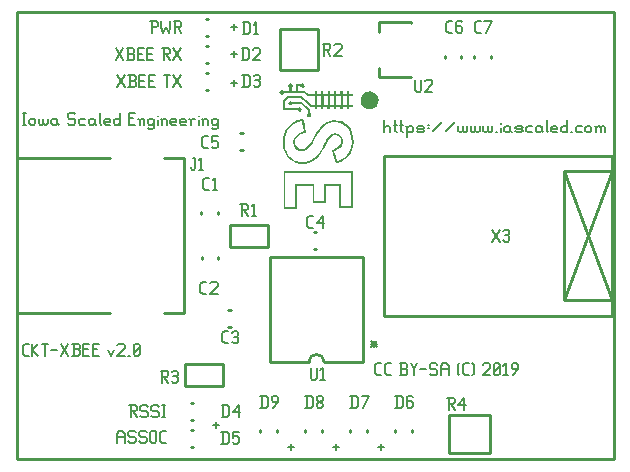
<source format=gbr>
G04 start of page 8 for group -4079 idx -4079 *
G04 Title: (unknown), topsilk *
G04 Creator: pcb 20140316 *
G04 CreationDate: Sun 30 Dec 2018 07:44:10 PM GMT UTC *
G04 For: railfan *
G04 Format: Gerber/RS-274X *
G04 PCB-Dimensions (mil): 2000.00 1500.00 *
G04 PCB-Coordinate-Origin: lower left *
%MOIN*%
%FSLAX25Y25*%
%LNTOPSILK*%
%ADD60C,0.0080*%
%ADD59C,0.0100*%
%ADD58C,0.0001*%
G54D58*G36*
X115282Y120559D02*X115569Y121444D01*
X116128Y122209D01*
X116860Y122757D01*
X117723Y123044D01*
X118363Y123082D01*
X118982Y123001D01*
X119747Y122691D01*
X120398Y122171D01*
X120973Y121324D01*
X121216Y120353D01*
X121129Y119344D01*
X120702Y118400D01*
X120197Y117847D01*
X119579Y117423D01*
X118895Y117190D01*
X118168Y117120D01*
X117441Y117228D01*
X116768Y117494D01*
X116220Y117901D01*
X115775Y118416D01*
X115455Y119018D01*
X115282Y119669D01*
X115260Y120120D01*
X115282Y120559D01*
G37*
G36*
X91123Y119393D02*X91312Y119675D01*
X91600Y119854D01*
X92034Y119859D01*
X92387Y119632D01*
X92479Y119501D01*
X92940Y119490D01*
X94052Y119485D01*
X95626D01*
X97004Y118389D01*
X98387Y117299D01*
Y115969D01*
X98507Y115883D01*
X98702Y115655D01*
X98767Y115503D01*
X98778Y115297D01*
X98772Y115096D01*
X98702Y114944D01*
X98512Y114722D01*
X98268Y114586D01*
X97986Y114570D01*
X97714Y114635D01*
X97427Y114911D01*
X97313Y115297D01*
X97562Y115855D01*
X97698Y115980D01*
Y116968D01*
X96543Y117885D01*
X95387Y118796D01*
X92490D01*
X92419Y118693D01*
X92023Y118433D01*
X91524Y118465D01*
X91150Y118850D01*
X91117Y119393D01*
X91123D01*
G37*
G36*
X101035Y96530D02*X101040Y95890D01*
X90141Y95896D01*
Y84470D01*
X93298D01*
Y92244D01*
X99819D01*
Y86559D01*
X102988D01*
Y92244D01*
X108771D01*
Y84784D01*
X111940D01*
Y95879D01*
X101040Y95890D01*
X101035Y96530D01*
X112564D01*
Y84150D01*
X108153D01*
Y91610D01*
X103633D01*
Y85929D01*
X99223D01*
Y91593D01*
X96591Y91604D01*
X93960Y91610D01*
Y83846D01*
X89522D01*
Y96530D01*
X101035D01*
G37*
G36*
X89229Y107115D02*X89571Y108933D01*
X90293Y110517D01*
X91171Y111624D01*
X92278Y112568D01*
X93841Y113430D01*
X95696Y114076D01*
X96065Y114174D01*
X96581Y111754D01*
X96781Y110821D01*
X96944Y110045D01*
X97047Y109519D01*
X97080Y109318D01*
X96868Y109264D01*
X96618Y109215D01*
X96282Y109133D01*
X95257Y108770D01*
X94432Y108255D01*
X93824Y107609D01*
X93461Y106838D01*
X93418Y106600D01*
X93401Y106204D01*
X93418Y105813D01*
X93461Y105558D01*
X94047Y104538D01*
X95083Y103979D01*
X95712Y103925D01*
X96309Y103979D01*
X96483Y103377D01*
X95067Y103339D01*
X94117Y103697D01*
X93385Y104327D01*
X92924Y105184D01*
X92756Y106220D01*
X93059Y107549D01*
X93884Y108618D01*
X95127Y109410D01*
X95653Y109611D01*
X96157Y109757D01*
X96326Y109806D01*
X96342Y109855D01*
X96315Y110007D01*
X96239Y110365D01*
X96125Y110891D01*
X95989Y111521D01*
X95745Y112671D01*
X95626Y113208D01*
X95577Y113371D01*
X95544D01*
X95360Y113322D01*
X94991Y113197D01*
X94584Y113051D01*
X94258Y112926D01*
X92479Y111928D01*
X91150Y110642D01*
X90282Y109068D01*
X89864Y107197D01*
X89853Y106801D01*
Y106253D01*
X89869Y105705D01*
X89902Y105282D01*
X90157Y103952D01*
X90591Y102791D01*
X91123Y101891D01*
X91779Y101137D01*
X92560Y100534D01*
X93466Y100068D01*
X94161Y99840D01*
X94947Y99683D01*
X95902Y99634D01*
X96836Y99683D01*
X97823Y99910D01*
X98713Y100268D01*
X99532Y100789D01*
X100313Y101473D01*
X100959Y102173D01*
X101556Y102981D01*
X102217Y104055D01*
X103047Y105547D01*
X103682Y106692D01*
X104160Y107484D01*
X104561Y108037D01*
X104963Y108466D01*
X105749Y109014D01*
X106617Y109182D01*
X107659Y109036D01*
X108473Y108602D01*
X109037Y107897D01*
X109319Y106942D01*
X109336Y106361D01*
X109270Y105786D01*
X108977Y105016D01*
X108451Y104348D01*
X107686Y103773D01*
X106666Y103279D01*
X106466Y103193D01*
X106422Y103133D01*
X106471Y102970D01*
X106574Y102591D01*
X106726Y102081D01*
X106894Y101495D01*
X107062Y100919D01*
X107214Y100420D01*
X107317Y100062D01*
X107361Y99921D01*
X107485Y99948D01*
X107762Y100035D01*
X108104Y100160D01*
X108419Y100279D01*
X109634Y100957D01*
X110638Y101847D01*
X111413Y102921D01*
X111940Y104175D01*
X112243Y105932D01*
X112157Y107853D01*
X111696Y109600D01*
X110860Y111000D01*
X110133Y111700D01*
X109249Y112242D01*
X108223Y112611D01*
X107073Y112812D01*
X106297Y112839D01*
X105587Y112801D01*
X104605Y112562D01*
X103699Y112123D01*
X102858Y111483D01*
X102066Y110620D01*
X101659Y110078D01*
X101246Y109448D01*
X100769Y108645D01*
X100161Y107560D01*
X99760Y106833D01*
X99451Y106291D01*
X99196Y105867D01*
X98957Y105493D01*
X97747Y104061D01*
X96483Y103377D01*
X96309Y103979D01*
X97378Y104576D01*
X98425Y105835D01*
X98658Y106198D01*
X98903Y106605D01*
X99196Y107121D01*
X99575Y107815D01*
X100351Y109193D01*
X100980Y110208D01*
X101545Y110983D01*
X102125Y111640D01*
X102966Y112389D01*
X103850Y112926D01*
X105033Y113344D01*
X106346Y113474D01*
X107632Y113382D01*
X108831Y113089D01*
X110355Y112329D01*
X111538Y111168D01*
X112363Y109638D01*
X112802Y107766D01*
X112884Y106307D01*
X112759Y104923D01*
X112433Y103648D01*
X111907Y102509D01*
X111061Y101370D01*
X109976Y100431D01*
X108674Y99704D01*
X107171Y99211D01*
X106916Y99151D01*
X106276Y101353D01*
X106032Y102216D01*
X105831Y102921D01*
X105701Y103399D01*
X105657Y103578D01*
X105858Y103654D01*
X106460Y103882D01*
X107035Y104142D01*
X108104Y104902D01*
X108636Y105851D01*
X108701Y106486D01*
X108652Y107137D01*
X108180Y107994D01*
X107719Y108331D01*
X107122Y108515D01*
X106639Y108553D01*
X106227Y108515D01*
X105576Y108168D01*
X104908Y107441D01*
X104664Y107088D01*
X104388Y106649D01*
X104062Y106074D01*
X103639Y105303D01*
X103167Y104435D01*
X102782Y103752D01*
X102451Y103193D01*
X102142Y102715D01*
X101214Y101489D01*
X100226Y100523D01*
X99174Y99796D01*
X98034Y99308D01*
X96662Y99032D01*
X95230Y99026D01*
X93830Y99281D01*
X92566Y99791D01*
X91448Y100588D01*
X90537Y101630D01*
X89859Y102900D01*
X89414Y104365D01*
X89240Y105743D01*
X89235Y107115D01*
X89229D01*
G37*
G36*
X88209Y122957D02*X88480Y123353D01*
X88925Y123489D01*
X89240Y123435D01*
X89490Y123239D01*
X89604Y123109D01*
X91486D01*
Y123782D01*
X91481Y124259D01*
X91464Y124455D01*
X91340Y124547D01*
X91117Y124900D01*
Y125328D01*
X91307Y125627D01*
X91600Y125811D01*
X91931Y125838D01*
X92224Y125730D01*
X92446Y125513D01*
X92566Y125198D01*
X92512Y124818D01*
X92273Y124509D01*
X92175Y124444D01*
Y123776D01*
X92170Y123109D01*
X93667D01*
Y125442D01*
X94400D01*
X95127Y125447D01*
X95197Y125545D01*
X95376Y125713D01*
X95593Y125822D01*
X96027Y125811D01*
X96315Y125627D01*
X96494Y125339D01*
X96526Y125003D01*
X96423Y124710D01*
X96201Y124487D01*
X95881Y124368D01*
X95506Y124422D01*
X95197Y124661D01*
X95127Y124758D01*
X94351D01*
Y123109D01*
X96656D01*
X97248Y122643D01*
X97839Y122171D01*
X99906D01*
Y123082D01*
X100693D01*
Y118698D01*
X102066D01*
Y121514D01*
X100693D01*
Y122171D01*
X102066D01*
Y123082D01*
X102825D01*
Y122181D01*
X104192D01*
X104219Y121498D01*
X103557Y121503D01*
X103086Y121509D01*
X102868Y121498D01*
X102858Y121433D01*
X102847Y121210D01*
X102841Y120776D01*
X102836Y120093D01*
Y118698D01*
X104219D01*
Y121498D01*
X104192Y122181D01*
Y123082D01*
X104952D01*
Y122171D01*
X104979Y121514D01*
Y118698D01*
X106352D01*
Y121514D01*
X104979D01*
X104952Y122171D01*
X106324D01*
Y123082D01*
X107084D01*
Y122181D01*
X108462Y122171D01*
X108505Y121514D01*
X107827D01*
X107344Y121509D01*
X107127Y121492D01*
X107117Y121080D01*
X107111Y120093D01*
Y118709D01*
X107800Y118704D01*
X107816D01*
X108505Y118693D01*
Y121514D01*
X108462Y122171D01*
Y123082D01*
X109222D01*
Y122181D01*
X110594D01*
X110648Y121498D01*
X109992Y121503D01*
X109515Y121509D01*
X109297Y121498D01*
X109287Y121433D01*
X109276Y121210D01*
X109270Y120776D01*
X109265Y120093D01*
Y118693D01*
X109959Y118704D01*
X110648Y118709D01*
Y121498D01*
X110594Y122181D01*
Y123082D01*
X111354D01*
Y122171D01*
X112596D01*
Y121514D01*
X111354D01*
Y118698D01*
X112596D01*
Y118009D01*
X111354D01*
Y117098D01*
X110594D01*
Y118009D01*
X109194D01*
Y117098D01*
X108435D01*
Y118009D01*
X107041D01*
Y117098D01*
X106281D01*
Y118009D01*
X104908D01*
Y117098D01*
X104149D01*
Y118009D01*
X102755D01*
Y117098D01*
X101995D01*
Y118009D01*
X100622D01*
Y117098D01*
X99836D01*
Y118009D01*
X99250Y118015D01*
X98658D01*
X96868Y119431D01*
X95083Y120852D01*
X91074D01*
X90097Y119876D01*
Y117456D01*
X92219D01*
X93043Y117461D01*
X93716D01*
X94172Y117467D01*
X94334Y117472D01*
X94427Y117597D01*
X94893Y117841D01*
X95409Y117706D01*
X95718Y117130D01*
X95447Y116528D01*
X94882Y116371D01*
X94372Y116669D01*
X94302Y116767D01*
X89414D01*
Y120158D01*
X90770Y121514D01*
X95344D01*
X97123Y120104D01*
X98903Y118698D01*
X99841D01*
Y121514D01*
X97503D01*
X96353Y122426D01*
X89522D01*
X89490Y122360D01*
X89321Y122181D01*
X89088Y122051D01*
X88573Y122084D01*
X88193Y122431D01*
X88133Y122697D01*
X88144Y122957D01*
X88209D01*
G37*
G54D59*X179500Y500D02*X500D01*
Y149500D01*
X179500D01*
X199500D02*Y500D01*
X179000Y149500D02*X199500D01*
X178000Y500D02*X199500D01*
G54D60*X72000Y126000D02*X74000D01*
X73000Y127000D02*Y125000D01*
X45500Y146500D02*Y142500D01*
X45000Y146500D02*X47000D01*
X47500Y146000D01*
Y145000D01*
X47000Y144500D02*X47500Y145000D01*
X45500Y144500D02*X47000D01*
X48700Y146500D02*Y144500D01*
X49200Y142500D01*
X50200Y144500D01*
X51200Y142500D01*
X51700Y144500D01*
Y146500D02*Y144500D01*
X52900Y146500D02*X54900D01*
X55400Y146000D01*
Y145000D01*
X54900Y144500D02*X55400Y145000D01*
X53400Y144500D02*X54900D01*
X53400Y146500D02*Y142500D01*
X54200Y144500D02*X55400Y142500D01*
X33500Y133500D02*X36000Y137500D01*
X33500D02*X36000Y133500D01*
X37200D02*X39200D01*
X39700Y134000D01*
Y135200D02*Y134000D01*
X39200Y135700D02*X39700Y135200D01*
X37700Y135700D02*X39200D01*
X37700Y137500D02*Y133500D01*
X37200Y137500D02*X39200D01*
X39700Y137000D01*
Y136200D01*
X39200Y135700D02*X39700Y136200D01*
X40900Y135700D02*X42400D01*
X40900Y133500D02*X42900D01*
X40900Y137500D02*Y133500D01*
Y137500D02*X42900D01*
X44100Y135700D02*X45600D01*
X44100Y133500D02*X46100D01*
X44100Y137500D02*Y133500D01*
Y137500D02*X46100D01*
X49100D02*X51100D01*
X51600Y137000D01*
Y136000D01*
X51100Y135500D02*X51600Y136000D01*
X49600Y135500D02*X51100D01*
X49600Y137500D02*Y133500D01*
X50400Y135500D02*X51600Y133500D01*
X52800D02*X55300Y137500D01*
X52800D02*X55300Y133500D01*
X34000Y124500D02*X36500Y128500D01*
X34000D02*X36500Y124500D01*
X37700D02*X39700D01*
X40200Y125000D01*
Y126200D02*Y125000D01*
X39700Y126700D02*X40200Y126200D01*
X38200Y126700D02*X39700D01*
X38200Y128500D02*Y124500D01*
X37700Y128500D02*X39700D01*
X40200Y128000D01*
Y127200D01*
X39700Y126700D02*X40200Y127200D01*
X41400Y126700D02*X42900D01*
X41400Y124500D02*X43400D01*
X41400Y128500D02*Y124500D01*
Y128500D02*X43400D01*
X44600Y126700D02*X46100D01*
X44600Y124500D02*X46600D01*
X44600Y128500D02*Y124500D01*
Y128500D02*X46600D01*
X49600D02*X51600D01*
X50600D02*Y124500D01*
X52800D02*X55300Y128500D01*
X52800D02*X55300Y124500D01*
X72000Y135500D02*X74000D01*
X73000Y136500D02*Y134500D01*
X72000Y144500D02*X74000D01*
X73000Y145500D02*Y143500D01*
X120700Y28500D02*X122000D01*
X120000Y29200D02*X120700Y28500D01*
X120000Y31800D02*Y29200D01*
Y31800D02*X120700Y32500D01*
X122000D01*
X123900Y28500D02*X125200D01*
X123200Y29200D02*X123900Y28500D01*
X123200Y31800D02*Y29200D01*
Y31800D02*X123900Y32500D01*
X125200D01*
X128200Y28500D02*X130200D01*
X130700Y29000D01*
Y30200D02*Y29000D01*
X130200Y30700D02*X130700Y30200D01*
X128700Y30700D02*X130200D01*
X128700Y32500D02*Y28500D01*
X128200Y32500D02*X130200D01*
X130700Y32000D01*
Y31200D01*
X130200Y30700D02*X130700Y31200D01*
X131900Y32500D02*X132900Y30500D01*
X133900Y32500D01*
X132900Y30500D02*Y28500D01*
X135100Y30500D02*X137100D01*
X140300Y32500D02*X140800Y32000D01*
X138800Y32500D02*X140300D01*
X138300Y32000D02*X138800Y32500D01*
X138300Y32000D02*Y31000D01*
X138800Y30500D01*
X140300D01*
X140800Y30000D01*
Y29000D01*
X140300Y28500D02*X140800Y29000D01*
X138800Y28500D02*X140300D01*
X138300Y29000D02*X138800Y28500D01*
X142000Y31500D02*Y28500D01*
Y31500D02*X142700Y32500D01*
X143800D01*
X144500Y31500D01*
Y28500D01*
X142000Y30500D02*X144500D01*
X147500Y29000D02*X148000Y28500D01*
X147500Y32000D02*X148000Y32500D01*
X147500Y32000D02*Y29000D01*
X149900Y28500D02*X151200D01*
X149200Y29200D02*X149900Y28500D01*
X149200Y31800D02*Y29200D01*
Y31800D02*X149900Y32500D01*
X151200D01*
X152400D02*X152900Y32000D01*
Y29000D01*
X152400Y28500D02*X152900Y29000D01*
X155900Y32000D02*X156400Y32500D01*
X157900D01*
X158400Y32000D01*
Y31000D01*
X155900Y28500D02*X158400Y31000D01*
X155900Y28500D02*X158400D01*
X159600Y29000D02*X160100Y28500D01*
X159600Y32000D02*Y29000D01*
Y32000D02*X160100Y32500D01*
X161100D01*
X161600Y32000D01*
Y29000D01*
X161100Y28500D02*X161600Y29000D01*
X160100Y28500D02*X161100D01*
X159600Y29500D02*X161600Y31500D01*
X162800Y31700D02*X163600Y32500D01*
Y28500D01*
X162800D02*X164300D01*
X166000D02*X167500Y30500D01*
Y32000D02*Y30500D01*
X167000Y32500D02*X167500Y32000D01*
X166000Y32500D02*X167000D01*
X165500Y32000D02*X166000Y32500D01*
X165500Y32000D02*Y31000D01*
X166000Y30500D01*
X167500D01*
X118500Y40000D02*X120500Y38000D01*
X118500D02*X120500Y40000D01*
X118500Y39000D02*X120500D01*
X119500Y40000D02*Y38000D01*
X123000Y113500D02*Y109500D01*
Y111000D02*X123500Y111500D01*
X124500D01*
X125000Y111000D01*
Y109500D01*
X126700Y113500D02*Y110000D01*
X127200Y109500D01*
X126200Y112000D02*X127200D01*
X128700Y113500D02*Y110000D01*
X129200Y109500D01*
X128200Y112000D02*X129200D01*
X130700Y111000D02*Y108000D01*
X130200Y111500D02*X130700Y111000D01*
X131200Y111500D01*
X132200D01*
X132700Y111000D01*
Y110000D01*
X132200Y109500D02*X132700Y110000D01*
X131200Y109500D02*X132200D01*
X130700Y110000D02*X131200Y109500D01*
X134400D02*X135900D01*
X136400Y110000D01*
X135900Y110500D02*X136400Y110000D01*
X134400Y110500D02*X135900D01*
X133900Y111000D02*X134400Y110500D01*
X133900Y111000D02*X134400Y111500D01*
X135900D01*
X136400Y111000D01*
X133900Y110000D02*X134400Y109500D01*
X137600Y112000D02*X138100D01*
X137600Y111000D02*X138100D01*
X139300Y110000D02*X142300Y113000D01*
X143500Y110000D02*X146500Y113000D01*
X147700Y111500D02*Y110000D01*
X148200Y109500D01*
X148700D01*
X149200Y110000D01*
Y111500D02*Y110000D01*
X149700Y109500D01*
X150200D01*
X150700Y110000D01*
Y111500D02*Y110000D01*
X151900Y111500D02*Y110000D01*
X152400Y109500D01*
X152900D01*
X153400Y110000D01*
Y111500D02*Y110000D01*
X153900Y109500D01*
X154400D01*
X154900Y110000D01*
Y111500D02*Y110000D01*
X156100Y111500D02*Y110000D01*
X156600Y109500D01*
X157100D01*
X157600Y110000D01*
Y111500D02*Y110000D01*
X158100Y109500D01*
X158600D01*
X159100Y110000D01*
Y111500D02*Y110000D01*
X160300Y109500D02*X160800D01*
X162000Y112500D02*Y112400D01*
Y111000D02*Y109500D01*
X164500Y111500D02*X165000Y111000D01*
X163500Y111500D02*X164500D01*
X163000Y111000D02*X163500Y111500D01*
X163000Y111000D02*Y110000D01*
X163500Y109500D01*
X165000Y111500D02*Y110000D01*
X165500Y109500D01*
X163500D02*X164500D01*
X165000Y110000D01*
X167200Y109500D02*X168700D01*
X169200Y110000D01*
X168700Y110500D02*X169200Y110000D01*
X167200Y110500D02*X168700D01*
X166700Y111000D02*X167200Y110500D01*
X166700Y111000D02*X167200Y111500D01*
X168700D01*
X169200Y111000D01*
X166700Y110000D02*X167200Y109500D01*
X170900Y111500D02*X172400D01*
X170400Y111000D02*X170900Y111500D01*
X170400Y111000D02*Y110000D01*
X170900Y109500D01*
X172400D01*
X175100Y111500D02*X175600Y111000D01*
X174100Y111500D02*X175100D01*
X173600Y111000D02*X174100Y111500D01*
X173600Y111000D02*Y110000D01*
X174100Y109500D01*
X175600Y111500D02*Y110000D01*
X176100Y109500D01*
X174100D02*X175100D01*
X175600Y110000D01*
X177300Y113500D02*Y110000D01*
X177800Y109500D01*
X179300D02*X180800D01*
X178800Y110000D02*X179300Y109500D01*
X178800Y111000D02*Y110000D01*
Y111000D02*X179300Y111500D01*
X180300D01*
X180800Y111000D01*
X178800Y110500D02*X180800D01*
Y111000D02*Y110500D01*
X184000Y113500D02*Y109500D01*
X183500D02*X184000Y110000D01*
X182500Y109500D02*X183500D01*
X182000Y110000D02*X182500Y109500D01*
X182000Y111000D02*Y110000D01*
Y111000D02*X182500Y111500D01*
X183500D01*
X184000Y111000D01*
X185200Y109500D02*X185700D01*
X187400Y111500D02*X188900D01*
X186900Y111000D02*X187400Y111500D01*
X186900Y111000D02*Y110000D01*
X187400Y109500D01*
X188900D01*
X190100Y111000D02*Y110000D01*
Y111000D02*X190600Y111500D01*
X191600D01*
X192100Y111000D01*
Y110000D01*
X191600Y109500D02*X192100Y110000D01*
X190600Y109500D02*X191600D01*
X190100Y110000D02*X190600Y109500D01*
X193800Y111000D02*Y109500D01*
Y111000D02*X194300Y111500D01*
X194800D01*
X195300Y111000D01*
Y109500D01*
Y111000D02*X195800Y111500D01*
X196300D01*
X196800Y111000D01*
Y109500D01*
X193300Y111500D02*X193800Y111000D01*
X2500Y116000D02*X3500D01*
X3000D02*Y112000D01*
X2500D02*X3500D01*
X4700Y113500D02*Y112500D01*
Y113500D02*X5200Y114000D01*
X6200D01*
X6700Y113500D01*
Y112500D01*
X6200Y112000D02*X6700Y112500D01*
X5200Y112000D02*X6200D01*
X4700Y112500D02*X5200Y112000D01*
X7900Y114000D02*Y112500D01*
X8400Y112000D01*
X8900D01*
X9400Y112500D01*
Y114000D02*Y112500D01*
X9900Y112000D01*
X10400D01*
X10900Y112500D01*
Y114000D02*Y112500D01*
X13600Y114000D02*X14100Y113500D01*
X12600Y114000D02*X13600D01*
X12100Y113500D02*X12600Y114000D01*
X12100Y113500D02*Y112500D01*
X12600Y112000D01*
X14100Y114000D02*Y112500D01*
X14600Y112000D01*
X12600D02*X13600D01*
X14100Y112500D01*
X19600Y116000D02*X20100Y115500D01*
X18100Y116000D02*X19600D01*
X17600Y115500D02*X18100Y116000D01*
X17600Y115500D02*Y114500D01*
X18100Y114000D01*
X19600D01*
X20100Y113500D01*
Y112500D01*
X19600Y112000D02*X20100Y112500D01*
X18100Y112000D02*X19600D01*
X17600Y112500D02*X18100Y112000D01*
X21800Y114000D02*X23300D01*
X21300Y113500D02*X21800Y114000D01*
X21300Y113500D02*Y112500D01*
X21800Y112000D01*
X23300D01*
X26000Y114000D02*X26500Y113500D01*
X25000Y114000D02*X26000D01*
X24500Y113500D02*X25000Y114000D01*
X24500Y113500D02*Y112500D01*
X25000Y112000D01*
X26500Y114000D02*Y112500D01*
X27000Y112000D01*
X25000D02*X26000D01*
X26500Y112500D01*
X28200Y116000D02*Y112500D01*
X28700Y112000D01*
X30200D02*X31700D01*
X29700Y112500D02*X30200Y112000D01*
X29700Y113500D02*Y112500D01*
Y113500D02*X30200Y114000D01*
X31200D01*
X31700Y113500D01*
X29700Y113000D02*X31700D01*
Y113500D02*Y113000D01*
X34900Y116000D02*Y112000D01*
X34400D02*X34900Y112500D01*
X33400Y112000D02*X34400D01*
X32900Y112500D02*X33400Y112000D01*
X32900Y113500D02*Y112500D01*
Y113500D02*X33400Y114000D01*
X34400D01*
X34900Y113500D01*
X37900Y114200D02*X39400D01*
X37900Y112000D02*X39900D01*
X37900Y116000D02*Y112000D01*
Y116000D02*X39900D01*
X41600Y113500D02*Y112000D01*
Y113500D02*X42100Y114000D01*
X42600D01*
X43100Y113500D01*
Y112000D01*
X41100Y114000D02*X41600Y113500D01*
X45800Y114000D02*X46300Y113500D01*
X44800Y114000D02*X45800D01*
X44300Y113500D02*X44800Y114000D01*
X44300Y113500D02*Y112500D01*
X44800Y112000D01*
X45800D01*
X46300Y112500D01*
X44300Y111000D02*X44800Y110500D01*
X45800D01*
X46300Y111000D01*
Y114000D02*Y111000D01*
X47500Y115000D02*Y114900D01*
Y113500D02*Y112000D01*
X49000Y113500D02*Y112000D01*
Y113500D02*X49500Y114000D01*
X50000D01*
X50500Y113500D01*
Y112000D01*
X48500Y114000D02*X49000Y113500D01*
X52200Y112000D02*X53700D01*
X51700Y112500D02*X52200Y112000D01*
X51700Y113500D02*Y112500D01*
Y113500D02*X52200Y114000D01*
X53200D01*
X53700Y113500D01*
X51700Y113000D02*X53700D01*
Y113500D02*Y113000D01*
X55400Y112000D02*X56900D01*
X54900Y112500D02*X55400Y112000D01*
X54900Y113500D02*Y112500D01*
Y113500D02*X55400Y114000D01*
X56400D01*
X56900Y113500D01*
X54900Y113000D02*X56900D01*
Y113500D02*Y113000D01*
X58600Y113500D02*Y112000D01*
Y113500D02*X59100Y114000D01*
X60100D01*
X58100D02*X58600Y113500D01*
X61300Y115000D02*Y114900D01*
Y113500D02*Y112000D01*
X62800Y113500D02*Y112000D01*
Y113500D02*X63300Y114000D01*
X63800D01*
X64300Y113500D01*
Y112000D01*
X62300Y114000D02*X62800Y113500D01*
X67000Y114000D02*X67500Y113500D01*
X66000Y114000D02*X67000D01*
X65500Y113500D02*X66000Y114000D01*
X65500Y113500D02*Y112500D01*
X66000Y112000D01*
X67000D01*
X67500Y112500D01*
X65500Y111000D02*X66000Y110500D01*
X67000D01*
X67500Y111000D01*
Y114000D02*Y111000D01*
X3200Y35000D02*X4500D01*
X2500Y35700D02*X3200Y35000D01*
X2500Y38300D02*Y35700D01*
Y38300D02*X3200Y39000D01*
X4500D01*
X5700D02*Y35000D01*
Y37000D02*X7700Y39000D01*
X5700Y37000D02*X7700Y35000D01*
X8900Y39000D02*X10900D01*
X9900D02*Y35000D01*
X12100Y37000D02*X14100D01*
X15300Y35000D02*X17800Y39000D01*
X15300D02*X17800Y35000D01*
X19000D02*X21000D01*
X21500Y35500D01*
Y36700D02*Y35500D01*
X21000Y37200D02*X21500Y36700D01*
X19500Y37200D02*X21000D01*
X19500Y39000D02*Y35000D01*
X19000Y39000D02*X21000D01*
X21500Y38500D01*
Y37700D01*
X21000Y37200D02*X21500Y37700D01*
X22700Y37200D02*X24200D01*
X22700Y35000D02*X24700D01*
X22700Y39000D02*Y35000D01*
Y39000D02*X24700D01*
X25900Y37200D02*X27400D01*
X25900Y35000D02*X27900D01*
X25900Y39000D02*Y35000D01*
Y39000D02*X27900D01*
X30900Y37000D02*X31900Y35000D01*
X32900Y37000D02*X31900Y35000D01*
X34100Y38500D02*X34600Y39000D01*
X36100D01*
X36600Y38500D01*
Y37500D01*
X34100Y35000D02*X36600Y37500D01*
X34100Y35000D02*X36600D01*
X37800D02*X38300D01*
X39500Y35500D02*X40000Y35000D01*
X39500Y38500D02*Y35500D01*
Y38500D02*X40000Y39000D01*
X41000D01*
X41500Y38500D01*
Y35500D01*
X41000Y35000D02*X41500Y35500D01*
X40000Y35000D02*X41000D01*
X39500Y36000D02*X41500Y38000D01*
X66000Y12000D02*X68000D01*
X67000Y13000D02*Y11000D01*
X91000Y4500D02*X93000D01*
X92000Y5500D02*Y3500D01*
X106000Y4500D02*X108000D01*
X107000Y5500D02*Y3500D01*
X121000Y4500D02*X123000D01*
X122000Y5500D02*Y3500D01*
X38000Y18500D02*X40000D01*
X40500Y18000D01*
Y17000D01*
X40000Y16500D02*X40500Y17000D01*
X38500Y16500D02*X40000D01*
X38500Y18500D02*Y14500D01*
X39300Y16500D02*X40500Y14500D01*
X43700Y18500D02*X44200Y18000D01*
X42200Y18500D02*X43700D01*
X41700Y18000D02*X42200Y18500D01*
X41700Y18000D02*Y17000D01*
X42200Y16500D01*
X43700D01*
X44200Y16000D01*
Y15000D01*
X43700Y14500D02*X44200Y15000D01*
X42200Y14500D02*X43700D01*
X41700Y15000D02*X42200Y14500D01*
X47400Y18500D02*X47900Y18000D01*
X45900Y18500D02*X47400D01*
X45400Y18000D02*X45900Y18500D01*
X45400Y18000D02*Y17000D01*
X45900Y16500D01*
X47400D01*
X47900Y16000D01*
Y15000D01*
X47400Y14500D02*X47900Y15000D01*
X45900Y14500D02*X47400D01*
X45400Y15000D02*X45900Y14500D01*
X49100Y18500D02*X50100D01*
X49600D02*Y14500D01*
X49100D02*X50100D01*
X34000Y9000D02*Y6000D01*
Y9000D02*X34700Y10000D01*
X35800D01*
X36500Y9000D01*
Y6000D01*
X34000Y8000D02*X36500D01*
X39700Y10000D02*X40200Y9500D01*
X38200Y10000D02*X39700D01*
X37700Y9500D02*X38200Y10000D01*
X37700Y9500D02*Y8500D01*
X38200Y8000D01*
X39700D01*
X40200Y7500D01*
Y6500D01*
X39700Y6000D02*X40200Y6500D01*
X38200Y6000D02*X39700D01*
X37700Y6500D02*X38200Y6000D01*
X43400Y10000D02*X43900Y9500D01*
X41900Y10000D02*X43400D01*
X41400Y9500D02*X41900Y10000D01*
X41400Y9500D02*Y8500D01*
X41900Y8000D01*
X43400D01*
X43900Y7500D01*
Y6500D01*
X43400Y6000D02*X43900Y6500D01*
X41900Y6000D02*X43400D01*
X41400Y6500D02*X41900Y6000D01*
X45100Y9500D02*Y6500D01*
Y9500D02*X45600Y10000D01*
X46600D01*
X47100Y9500D01*
Y6500D01*
X46600Y6000D02*X47100Y6500D01*
X45600Y6000D02*X46600D01*
X45100Y6500D02*X45600Y6000D01*
X49000D02*X50300D01*
X48300Y6700D02*X49000Y6000D01*
X48300Y9300D02*Y6700D01*
Y9300D02*X49000Y10000D01*
X50300D01*
G54D59*X158669Y134936D02*Y134150D01*
X153159Y134936D02*Y134150D01*
X148755Y134893D02*Y134107D01*
X143245Y134893D02*Y134107D01*
X144610Y15299D02*Y2701D01*
Y15299D02*X158390D01*
Y2701D01*
X144610D02*X158390D01*
X121271Y127750D02*X131901D01*
X121271Y146250D02*X131901D01*
X121271Y131000D02*Y127750D01*
Y146250D02*Y143000D01*
X131901Y127929D02*Y127750D01*
Y146250D02*Y146071D01*
X132255Y10393D02*Y9607D01*
X126745Y10393D02*Y9607D01*
X117255Y10393D02*Y9607D01*
X111745Y10393D02*Y9607D01*
X199100Y101650D02*Y48350D01*
X123100D02*X199100D01*
X123100Y101650D02*Y48350D01*
Y101650D02*X199100D01*
X183000Y96500D02*Y53500D01*
Y96500D02*X199100D01*
X183000Y53500D02*X199100D01*
X183000Y96500D02*X199100Y53500D01*
Y96500D02*X183000Y53500D01*
X88353Y143965D02*X100951D01*
Y130185D01*
X88353D01*
Y143965D01*
X99607Y76255D02*X100393D01*
X99607Y70745D02*X100393D01*
X116066Y68024D02*Y32976D01*
X84934Y68024D02*X116066D01*
X84934D02*Y32976D01*
X103000D02*X116066D01*
X84934D02*X98000D01*
X103000D02*G75*G03X98000Y32976I-2500J0D01*G01*
X600Y49200D02*X31500D01*
X600Y100900D02*Y49200D01*
Y100900D02*X31500D01*
X49700D02*X56300D01*
X49700Y49200D02*X56300D01*
Y100900D02*Y49200D01*
X67755Y67893D02*Y67107D01*
X62245Y67893D02*Y67107D01*
X71107Y50255D02*X71893D01*
X71107Y44745D02*X71893D01*
X63607Y138255D02*X64393D01*
X63607Y132745D02*X64393D01*
X63607Y147255D02*X64393D01*
X63607Y141745D02*X64393D01*
X75107Y109255D02*X75893D01*
X75107Y103745D02*X75893D01*
X63607Y129255D02*X64393D01*
X63607Y123745D02*X64393D01*
X62159Y82936D02*Y82150D01*
X67669Y82936D02*Y82150D01*
X71701Y78741D02*X84299D01*
Y71259D01*
X71701D01*
Y78741D01*
X58607Y10255D02*X59393D01*
X58607Y4745D02*X59393D01*
X58650Y19255D02*X59436D01*
X58650Y13745D02*X59436D01*
X102255Y10393D02*Y9607D01*
X96745Y10393D02*Y9607D01*
X87255Y10393D02*Y9607D01*
X81745Y10393D02*Y9607D01*
X56701Y24759D02*X69299D01*
X56701Y32241D02*Y24759D01*
Y32241D02*X69299D01*
Y24759D01*
G54D60*X153964Y142564D02*X155264D01*
X153264Y143264D02*X153964Y142564D01*
X153264Y145864D02*Y143264D01*
Y145864D02*X153964Y146564D01*
X155264D01*
X156964Y142564D02*X158964Y146564D01*
X156464D02*X158964D01*
X144507Y142607D02*X145807D01*
X143807Y143307D02*X144507Y142607D01*
X143807Y145907D02*Y143307D01*
Y145907D02*X144507Y146607D01*
X145807D01*
X148507D02*X149007Y146107D01*
X147507Y146607D02*X148507D01*
X147007Y146107D02*X147507Y146607D01*
X147007Y146107D02*Y143107D01*
X147507Y142607D01*
X148507Y144807D02*X149007Y144307D01*
X147007Y144807D02*X148507D01*
X147507Y142607D02*X148507D01*
X149007Y143107D01*
Y144307D02*Y143107D01*
X144000Y21000D02*X146000D01*
X146500Y20500D01*
Y19500D01*
X146000Y19000D02*X146500Y19500D01*
X144500Y19000D02*X146000D01*
X144500Y21000D02*Y17000D01*
X145300Y19000D02*X146500Y17000D01*
X147700Y18500D02*X149700Y21000D01*
X147700Y18500D02*X150200D01*
X149700Y21000D02*Y17000D01*
X159000Y73000D02*X161500Y77000D01*
X159000D02*X161500Y73000D01*
X162700Y76500D02*X163200Y77000D01*
X164200D01*
X164700Y76500D01*
X164200Y73000D02*X164700Y73500D01*
X163200Y73000D02*X164200D01*
X162700Y73500D02*X163200Y73000D01*
Y75200D02*X164200D01*
X164700Y76500D02*Y75700D01*
Y74700D02*Y73500D01*
Y74700D02*X164200Y75200D01*
X164700Y75700D02*X164200Y75200D01*
X133337Y127000D02*Y123500D01*
X133837Y123000D01*
X134837D01*
X135337Y123500D01*
Y127000D02*Y123500D01*
X136537Y126500D02*X137037Y127000D01*
X138537D01*
X139037Y126500D01*
Y125500D01*
X136537Y123000D02*X139037Y125500D01*
X136537Y123000D02*X139037D01*
X127307Y21650D02*Y17650D01*
X128607Y21650D02*X129307Y20950D01*
Y18350D01*
X128607Y17650D02*X129307Y18350D01*
X126807Y17650D02*X128607D01*
X126807Y21650D02*X128607D01*
X132007D02*X132507Y21150D01*
X131007Y21650D02*X132007D01*
X130507Y21150D02*X131007Y21650D01*
X130507Y21150D02*Y18150D01*
X131007Y17650D01*
X132007Y19850D02*X132507Y19350D01*
X130507Y19850D02*X132007D01*
X131007Y17650D02*X132007D01*
X132507Y18150D01*
Y19350D02*Y18150D01*
X69307Y9650D02*Y5650D01*
X70607Y9650D02*X71307Y8950D01*
Y6350D01*
X70607Y5650D02*X71307Y6350D01*
X68807Y5650D02*X70607D01*
X68807Y9650D02*X70607D01*
X72507D02*X74507D01*
X72507D02*Y7650D01*
X73007Y8150D01*
X74007D01*
X74507Y7650D01*
Y6150D01*
X74007Y5650D02*X74507Y6150D01*
X73007Y5650D02*X74007D01*
X72507Y6150D02*X73007Y5650D01*
X112307Y21650D02*Y17650D01*
X113607Y21650D02*X114307Y20950D01*
Y18350D01*
X113607Y17650D02*X114307Y18350D01*
X111807Y17650D02*X113607D01*
X111807Y21650D02*X113607D01*
X116007Y17650D02*X118007Y21650D01*
X115507D02*X118007D01*
X97307D02*Y17650D01*
X98607Y21650D02*X99307Y20950D01*
Y18350D01*
X98607Y17650D02*X99307Y18350D01*
X96807Y17650D02*X98607D01*
X96807Y21650D02*X98607D01*
X100507Y18150D02*X101007Y17650D01*
X100507Y18950D02*Y18150D01*
Y18950D02*X101207Y19650D01*
X101807D01*
X102507Y18950D01*
Y18150D01*
X102007Y17650D02*X102507Y18150D01*
X101007Y17650D02*X102007D01*
X100507Y20350D02*X101207Y19650D01*
X100507Y21150D02*Y20350D01*
Y21150D02*X101007Y21650D01*
X102007D01*
X102507Y21150D01*
Y20350D01*
X101807Y19650D02*X102507Y20350D01*
X82307Y21650D02*Y17650D01*
X83607Y21650D02*X84307Y20950D01*
Y18350D01*
X83607Y17650D02*X84307Y18350D01*
X81807Y17650D02*X83607D01*
X81807Y21650D02*X83607D01*
X86007Y17650D02*X87507Y19650D01*
Y21150D02*Y19650D01*
X87007Y21650D02*X87507Y21150D01*
X86007Y21650D02*X87007D01*
X85507Y21150D02*X86007Y21650D01*
X85507Y21150D02*Y20150D01*
X86007Y19650D01*
X87507D01*
X98500Y31000D02*Y27500D01*
X99000Y27000D01*
X100000D01*
X100500Y27500D01*
Y31000D02*Y27500D01*
X101700Y30200D02*X102500Y31000D01*
Y27000D01*
X101700D02*X103200D01*
X69350Y18650D02*Y14650D01*
X70650Y18650D02*X71350Y17950D01*
Y15350D01*
X70650Y14650D02*X71350Y15350D01*
X68850Y14650D02*X70650D01*
X68850Y18650D02*X70650D01*
X72550Y16150D02*X74550Y18650D01*
X72550Y16150D02*X75050D01*
X74550Y18650D02*Y14650D01*
X69855Y39182D02*X71155D01*
X69155Y39882D02*X69855Y39182D01*
X69155Y42482D02*Y39882D01*
Y42482D02*X69855Y43182D01*
X71155D01*
X72355Y42682D02*X72855Y43182D01*
X73855D01*
X74355Y42682D01*
X73855Y39182D02*X74355Y39682D01*
X72855Y39182D02*X73855D01*
X72355Y39682D02*X72855Y39182D01*
Y41382D02*X73855D01*
X74355Y42682D02*Y41882D01*
Y40882D02*Y39682D01*
Y40882D02*X73855Y41382D01*
X74355Y41882D02*X73855Y41382D01*
X48500Y30000D02*X50500D01*
X51000Y29500D01*
Y28500D01*
X50500Y28000D02*X51000Y28500D01*
X49000Y28000D02*X50500D01*
X49000Y30000D02*Y26000D01*
X49800Y28000D02*X51000Y26000D01*
X52200Y29500D02*X52700Y30000D01*
X53700D01*
X54200Y29500D01*
X53700Y26000D02*X54200Y26500D01*
X52700Y26000D02*X53700D01*
X52200Y26500D02*X52700Y26000D01*
Y28200D02*X53700D01*
X54200Y29500D02*Y28700D01*
Y27700D02*Y26500D01*
Y27700D02*X53700Y28200D01*
X54200Y28700D02*X53700Y28200D01*
X102652Y139075D02*X104652D01*
X105152Y138575D01*
Y137575D01*
X104652Y137075D02*X105152Y137575D01*
X103152Y137075D02*X104652D01*
X103152Y139075D02*Y135075D01*
X103952Y137075D02*X105152Y135075D01*
X106352Y138575D02*X106852Y139075D01*
X108352D01*
X108852Y138575D01*
Y137575D01*
X106352Y135075D02*X108852Y137575D01*
X106352Y135075D02*X108852D01*
X98007Y77650D02*X99307D01*
X97307Y78350D02*X98007Y77650D01*
X97307Y80950D02*Y78350D01*
Y80950D02*X98007Y81650D01*
X99307D01*
X100507Y79150D02*X102507Y81650D01*
X100507Y79150D02*X103007D01*
X102507Y81650D02*Y77650D01*
X76002Y137575D02*Y133575D01*
X77302Y137575D02*X78002Y136875D01*
Y134275D01*
X77302Y133575D02*X78002Y134275D01*
X75502Y133575D02*X77302D01*
X75502Y137575D02*X77302D01*
X79202Y137075D02*X79702Y137575D01*
X81202D01*
X81702Y137075D01*
Y136075D01*
X79202Y133575D02*X81702Y136075D01*
X79202Y133575D02*X81702D01*
X76436Y146150D02*Y142150D01*
X77736Y146150D02*X78436Y145450D01*
Y142850D01*
X77736Y142150D02*X78436Y142850D01*
X75936Y142150D02*X77736D01*
X75936Y146150D02*X77736D01*
X79636Y145350D02*X80436Y146150D01*
Y142150D01*
X79636D02*X81136D01*
X76307Y128650D02*Y124650D01*
X77607Y128650D02*X78307Y127950D01*
Y125350D01*
X77607Y124650D02*X78307Y125350D01*
X75807Y124650D02*X77607D01*
X75807Y128650D02*X77607D01*
X79507Y128150D02*X80007Y128650D01*
X81007D01*
X81507Y128150D01*
X81007Y124650D02*X81507Y125150D01*
X80007Y124650D02*X81007D01*
X79507Y125150D02*X80007Y124650D01*
Y126850D02*X81007D01*
X81507Y128150D02*Y127350D01*
Y126350D02*Y125150D01*
Y126350D02*X81007Y126850D01*
X81507Y127350D02*X81007Y126850D01*
X75152Y85575D02*X77152D01*
X77652Y85075D01*
Y84075D01*
X77152Y83575D02*X77652Y84075D01*
X75652Y83575D02*X77152D01*
X75652Y85575D02*Y81575D01*
X76452Y83575D02*X77652Y81575D01*
X78852Y84775D02*X79652Y85575D01*
Y81575D01*
X78852D02*X80352D01*
X63050Y104150D02*X64350D01*
X62350Y104850D02*X63050Y104150D01*
X62350Y107450D02*Y104850D01*
Y107450D02*X63050Y108150D01*
X64350D01*
X65550D02*X67550D01*
X65550D02*Y106150D01*
X66050Y106650D01*
X67050D01*
X67550Y106150D01*
Y104650D01*
X67050Y104150D02*X67550Y104650D01*
X66050Y104150D02*X67050D01*
X65550Y104650D02*X66050Y104150D01*
X59200Y101000D02*X60000D01*
Y97500D01*
X59500Y97000D02*X60000Y97500D01*
X59000Y97000D02*X59500D01*
X58500Y97500D02*X59000Y97000D01*
X58500Y98000D02*Y97500D01*
X61200Y100200D02*X62000Y101000D01*
Y97000D01*
X61200D02*X62700D01*
X63441Y90311D02*X64741D01*
X62741Y91011D02*X63441Y90311D01*
X62741Y93611D02*Y91011D01*
Y93611D02*X63441Y94311D01*
X64741D01*
X65941Y93511D02*X66741Y94311D01*
Y90311D01*
X65941D02*X67441D01*
X62507Y55650D02*X63807D01*
X61807Y56350D02*X62507Y55650D01*
X61807Y58950D02*Y56350D01*
Y58950D02*X62507Y59650D01*
X63807D01*
X65007Y59150D02*X65507Y59650D01*
X67007D01*
X67507Y59150D01*
Y58150D01*
X65007Y55650D02*X67507Y58150D01*
X65007Y55650D02*X67507D01*
M02*

</source>
